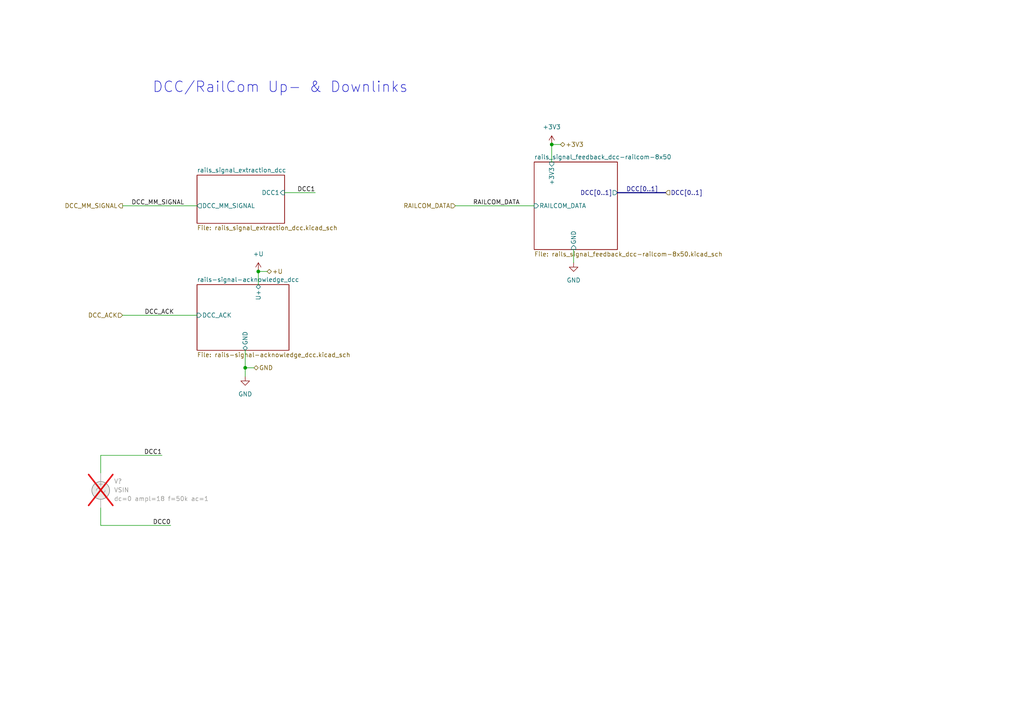
<source format=kicad_sch>
(kicad_sch (version 20231120) (generator "eeschema") (generator_version "8.0")
  (paper "A4")
  (title_block (title "xDuinoRail - LocDecoder - Development Kit") (date "2024-10-09") (rev "v0.2") (company "Chatelain Engineering, Bern - CH"))
  (lib_symbols
    (symbol "Simulation_SPICE:VSIN" (pin_numbers hide) (pin_names (offset 0.0254))
      (property "Reference" "V" (at 2.54 2.54 0))
      (property "Value" "VSIN" (at 2.54 0 0))
      (property "Sim.Params" "dc=0 ampl=1 f=1k ac=1" (at 2.54 -2.54 0))
      (symbol "VSIN_0_0"
        (arc (start 0 0) (mid -0.635 0.6323) (end -1.27 0))
        (arc (start 0 0) (mid 0.635 -0.6323) (end 1.27 0))
        (text "+" (at 0 1.905 0) (effects (font (size 1.27 1.27))))
      )
      (symbol "VSIN_0_1"
        (circle (center 0 0) (radius 2.54) (stroke (width 0.254)) (fill (type background)))
      )
      (symbol "VSIN_1_1"
        (pin passive line (at 0 5.08 270) (length 2.54) (name "~") (number "1"))
        (pin passive line (at 0 -5.08 90) (length 2.54) (name "~") (number "2"))
      )
    )
    (symbol "power:+3V3" (power) (pin_names (offset 0))
      (property "Value" "+3V3" (at 0 3.556 0))
      (symbol "+3V3_0_1"
        (polyline (pts (xy -0.762 1.27) (xy 0 2.54)))
        (polyline (pts (xy 0 0) (xy 0 2.54)))
        (polyline (pts (xy 0 2.54) (xy 0.762 1.27)))
      )
      (symbol "+3V3_1_1"
        (pin power_in line (at 0 0 90) (length 0) hide (name "+3V3") (number "1"))
      )
    )
    (symbol "power:GND" (power) (pin_names (offset 0))
      (property "Value" "GND" (at 0 -3.81 0))
      (symbol "GND_0_1"
        (polyline (pts (xy 0 0) (xy 0 -1.27) (xy 1.27 -1.27) (xy 0 -2.54) (xy -1.27 -1.27) (xy 0 -1.27)))
      )
      (symbol "GND_1_1"
        (pin power_in line (at 0 0 270) (length 0) hide (name "GND") (number "1"))
      )
    )
    (symbol "power:VCC" (power) (pin_names (offset 0))
      (property "Value" "VCC" (at 0 3.81 0))
      (symbol "VCC_0_1"
        (polyline (pts (xy -0.762 1.27) (xy 0 2.54)))
        (polyline (pts (xy 0 0) (xy 0 2.54)))
        (polyline (pts (xy 0 2.54) (xy 0.762 1.27)))
      )
      (symbol "VCC_1_1"
        (pin power_in line (at 0 0 90) (length 0) hide (name "VCC") (number "1"))
      )
    )
  )
  (junction (at 74.93 78.74))
  (junction (at 160.02 41.91))
  (junction (at 71.12 106.68))
  (wire (pts (xy 166.37 72.39) (xy 166.37 76.2)))
  (wire (pts (xy 35.56 59.69) (xy 57.15 59.69)))
  (wire (pts (xy 71.12 106.68) (xy 71.12 109.22)))
  (wire (pts (xy 82.55 55.88) (xy 91.44 55.88)))
  (wire (pts (xy 74.93 78.74) (xy 74.93 82.55)))
  (bus (pts (xy 179.07 55.88) (xy 193.04 55.88)))
  (wire (pts (xy 77.47 78.74) (xy 74.93 78.74)))
  (wire (pts (xy 73.66 106.68) (xy 71.12 106.68)))
  (wire (pts (xy 29.21 132.08) (xy 29.21 137.16)))
  (wire (pts (xy 71.12 101.6) (xy 71.12 106.68)))
  (wire (pts (xy 132.08 59.69) (xy 154.94 59.69)))
  (wire (pts (xy 29.21 147.32) (xy 29.21 152.4)))
  (wire (pts (xy 162.56 41.91) (xy 160.02 41.91)))
  (wire (pts (xy 35.56 91.44) (xy 57.15 91.44)))
  (wire (pts (xy 29.21 152.4) (xy 49.53 152.4)))
  (wire (pts (xy 29.21 132.08) (xy 46.99 132.08)))
  (wire (pts (xy 160.02 41.91) (xy 160.02 46.99)))
  (text "DCC/RailCom Up- & Downlinks" (at 81.28 25.4 0) (effects (font (size 3.048 3.048))))
  (label "DCC1" (at 91.44 55.88 180))
  (label "DCC0" (at 49.53 152.4 180))
  (label "RAILCOM_DATA" (at 137.16 59.69 0))
  (label "DCC[0..1]" (at 181.61 55.88 0))
  (label "DCC_MM_SIGNAL" (at 38.1 59.69 0))
  (label "DCC_ACK" (at 41.91 91.44 0))
  (label "DCC1" (at 46.99 132.08 180))
  (hierarchical_label "+U" (shape bidirectional) (at 77.47 78.74 0))
  (hierarchical_label "RAILCOM_DATA" (shape input) (at 132.08 59.69 180))
  (hierarchical_label "+3V3" (shape bidirectional) (at 162.56 41.91 0))
  (hierarchical_label "DCC_MM_SIGNAL" (shape output) (at 35.56 59.69 180))
  (hierarchical_label "DCC[0..1]" (shape input) (at 193.04 55.88 0))
  (hierarchical_label "DCC_ACK" (shape input) (at 35.56 91.44 180))
  (hierarchical_label "GND" (shape bidirectional) (at 73.66 106.68 0))
  (symbol (lib_id "Simulation_SPICE:VSIN") (at 29.21 142.24 0) (unit 1) (in_bom no) (on_board no) (dnp yes)
    (property "Reference" "V?" (at 33.02 139.5701 0) (effects (justify left)))
    (property "Value" "VSIN" (at 33.02 142.1101 0) (effects (justify left)))
    (property "Datasheet" "https://ngspice.sourceforge.io/docs/ngspice-html-manual/manual.xhtml#sec_Independent_Sources_for" (effects (hide yes)))
    (property "Description" "Voltage source, sinusoidal" (effects (hide yes)))
    (property "Sim.Pins" "1=+ 2=-" (effects (hide yes)))
    (property "Sim.Params" "dc=0 ampl=18 f=50k ac=1" (at 33.02 144.6501 0) (effects (justify left)))
    (property "Sim.Type" "SIN" (effects (hide yes)))
    (property "Sim.Device" "V" (effects (hide yes)))
  )
  (symbol (lib_id "power:GND") (at 166.37 76.2 0) (unit 1)
    (property "Reference" "#PWR?" (effects (hide yes)))
    (property "Value" "GND" (at 166.37 81.28 0))
    (property "Description" "Power symbol creates a global label with name \"GND\" , ground" (effects (hide yes)))
  )
  (symbol (lib_id "power:GND") (at 71.12 109.22 0) (unit 1)
    (property "Reference" "#PWR?" (effects (hide yes)))
    (property "Value" "GND" (at 71.12 114.3 0))
    (property "Description" "Power symbol creates a global label with name \"GND\" , ground" (effects (hide yes)))
  )
  (symbol (lib_id "power:VCC") (at 74.93 78.74 0) (unit 1)
    (property "Reference" "#PWR?" (effects (hide yes)))
    (property "Value" "+U" (at 74.93 73.66 0))
    (property "Description" "Power symbol creates a global label with name \"VCC\"" (effects (hide yes)))
  )
  (symbol (lib_id "power:+3V3") (at 160.02 41.91 0) (unit 1)
    (property "Reference" "#PWR?" (effects (hide yes)))
    (property "Value" "+3V3" (at 160.02 36.83 0))
    (property "Description" "Power symbol creates a global label with name \"+3V3\"" (effects (hide yes)))
  )
  (sheet (at 57.15 50.8) (size 25.4 13.97) (stroke (width 0.1524))
    (property "Sheetname" "rails_signal_extraction_dcc" (at 57.15 50.0884 0) (effects (justify left bottom)))
    (property "Sheetfile" "rails_signal_extraction_dcc.kicad_sch" (at 57.15 65.3546 0) (effects (justify left top)))
    (pin "DCC1" input (at 82.55 55.88 0))
    (pin "DCC_MM_SIGNAL" output (at 57.15 59.69 180))
  )
  (sheet (at 154.94 46.99) (size 24.13 25.4) (stroke (width 0.1524))
    (property "Sheetname" "rails_signal_feedback_dcc-railcom-8x50" (at 154.94 46.2784 0) (effects (justify left bottom)))
    (property "Sheetfile" "rails_signal_feedback_dcc-railcom-8x50.kicad_sch" (at 154.94 72.9746 0) (effects (justify left top)))
    (pin "DCC[0..1]" output (at 179.07 55.88 0))
    (pin "RAILCOM_DATA" input (at 154.94 59.69 180))
    (pin "GND" input (at 166.37 72.39 270))
    (pin "+3V3" input (at 160.02 46.99 90))
  )
  (sheet (at 57.15 82.55) (size 26.67 19.05) (stroke (width 0.1524))
    (property "Sheetname" "rails-signal-acknowledge_dcc" (at 57.15 81.8384 0) (effects (justify left bottom)))
    (property "Sheetfile" "rails-signal-acknowledge_dcc.kicad_sch" (at 57.15 102.1846 0) (effects (justify left top)))
    (pin "DCC_ACK" input (at 57.15 91.44 180))
    (pin "U+" bidirectional (at 74.93 82.55 90))
    (pin "GND" bidirectional (at 71.12 101.6 270))
  )
)
</source>
